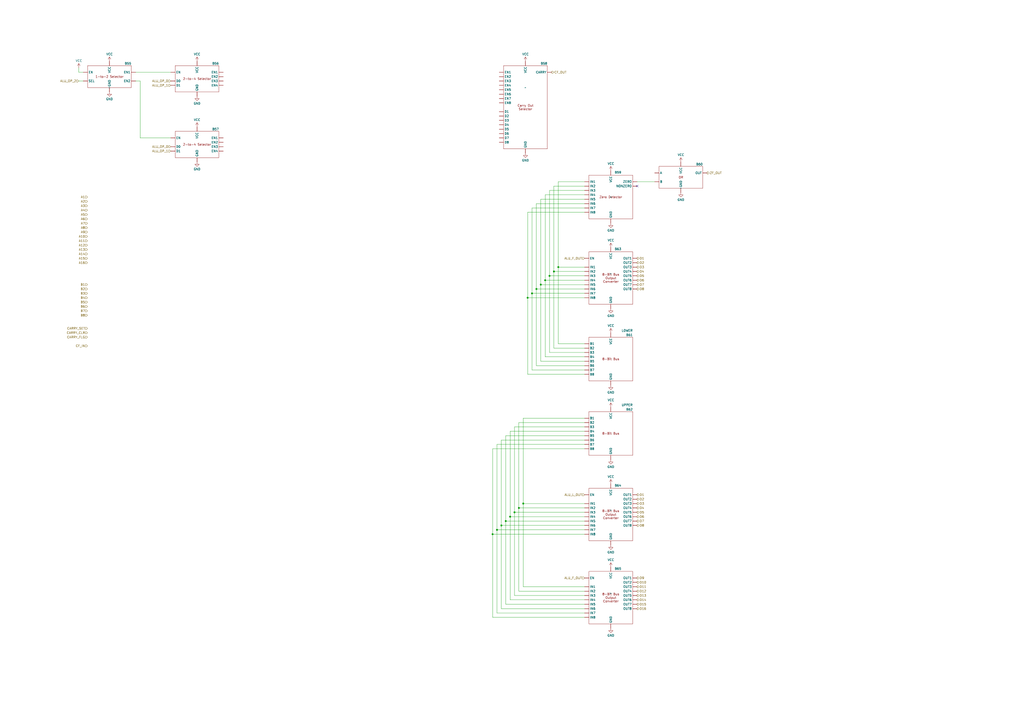
<source format=kicad_sch>
(kicad_sch (version 20230121) (generator eeschema)
  (paper "A2")
  (lib_symbols
    (symbol "MiniDragon:1-to-2 Selector"
      (property "Reference" "B" (at -12.7 7.62 0))
      (symbol "1-to-2 Selector_0_1"
        (rectangle (start -12.7 6.35) (end 12.7 -6.35))
      )
      (symbol "1-to-2 Selector_1_1"
        (text "1-to-2 Selector" (at 0 0 0) (effects (font (size 1.27 1.27))))
        (pin input line (at -15.24 2.54 0) (length 2.54) (name "EN") (number ""))
        (pin output line (at 15.24 2.54 180) (length 2.54) (name "EN1") (number ""))
        (pin output line (at 15.24 -2.54 180) (length 2.54) (name "EN2") (number ""))
        (pin power_in line (at 0 -8.89 90) (length 2.54) (name "GND") (number ""))
        (pin input line (at -15.24 -2.54 0) (length 2.54) (name "SEL") (number ""))
        (pin power_in line (at 0 8.89 270) (length 2.54) (name "VCC") (number ""))
      )
    )
    (symbol "MiniDragon:2-to-4 Selector"
      (property "Reference" "B" (at -12.7 8.89 0))
      (symbol "2-to-4 Selector_0_1"
        (rectangle (start -12.7 7.62) (end 12.7 -7.62))
      )
      (symbol "2-to-4 Selector_1_1"
        (text "2-to-4 Selector" (at 0 0 0) (effects (font (size 1.27 1.27))))
        (pin input line (at -15.24 -1.27 0) (length 2.54) (name "D0") (number ""))
        (pin input line (at -15.24 -3.81 0) (length 2.54) (name "D1") (number ""))
        (pin input line (at -15.24 3.81 0) (length 2.54) (name "EN") (number ""))
        (pin output line (at 15.24 3.81 180) (length 2.54) (name "EN1") (number ""))
        (pin output line (at 15.24 1.27 180) (length 2.54) (name "EN2") (number ""))
        (pin output line (at 15.24 -1.27 180) (length 2.54) (name "EN3") (number ""))
        (pin output line (at 15.24 -3.81 180) (length 2.54) (name "EN4") (number ""))
        (pin power_in line (at 0 -10.16 90) (length 2.54) (name "GND") (number ""))
        (pin power_in line (at 0 10.16 270) (length 2.54) (name "VCC") (number ""))
      )
    )
    (symbol "MiniDragon:8-bit Bus"
      (property "Reference" "B" (at -12.7 13.97 0))
      (symbol "8-bit Bus_0_1"
        (rectangle (start -12.7 12.7) (end 12.7 -12.7))
      )
      (symbol "8-bit Bus_1_1"
        (text "8-Bit Bus" (at 0 0 0) (effects (font (size 1.27 1.27))))
        (pin bidirectional line (at -15.24 8.89 0) (length 2.54) (name "B1") (number ""))
        (pin bidirectional line (at -15.24 6.35 0) (length 2.54) (name "B2") (number ""))
        (pin bidirectional line (at -15.24 3.81 0) (length 2.54) (name "B3") (number ""))
        (pin bidirectional line (at -15.24 1.27 0) (length 2.54) (name "B4") (number ""))
        (pin bidirectional line (at -15.24 -1.27 0) (length 2.54) (name "B5") (number ""))
        (pin bidirectional line (at -15.24 -3.81 0) (length 2.54) (name "B6") (number ""))
        (pin bidirectional line (at -15.24 -6.35 0) (length 2.54) (name "B7") (number ""))
        (pin bidirectional line (at -15.24 -8.89 0) (length 2.54) (name "B8") (number ""))
        (pin power_in line (at 0 -15.24 90) (length 2.54) (name "GND") (number ""))
        (pin power_in line (at 0 15.24 270) (length 2.54) (name "VCC") (number ""))
      )
    )
    (symbol "MiniDragon:8-bit Bus Output"
      (property "Reference" "B" (at -12.7 16.51 0))
      (symbol "8-bit Bus Output_0_1"
        (rectangle (start -12.7 15.24) (end 12.7 -15.24))
      )
      (symbol "8-bit Bus Output_1_1"
        (text "8-Bit Bus\nOutput\nConverter" (at 0 0 0) (effects (font (size 1.27 1.27))))
        (pin input line (at -15.24 11.43 0) (length 2.54) (name "EN") (number ""))
        (pin power_in line (at 0 -17.78 90) (length 2.54) (name "GND") (number ""))
        (pin input line (at -15.24 6.35 0) (length 2.54) (name "IN1") (number ""))
        (pin input line (at -15.24 3.81 0) (length 2.54) (name "IN2") (number ""))
        (pin input line (at -15.24 1.27 0) (length 2.54) (name "IN3") (number ""))
        (pin input line (at -15.24 -1.27 0) (length 2.54) (name "IN4") (number ""))
        (pin input line (at -15.24 -3.81 0) (length 2.54) (name "IN5") (number ""))
        (pin input line (at -15.24 -6.35 0) (length 2.54) (name "IN6") (number ""))
        (pin input line (at -15.24 -8.89 0) (length 2.54) (name "IN7") (number ""))
        (pin input line (at -15.24 -11.43 0) (length 2.54) (name "IN8") (number ""))
        (pin open_collector line (at 15.24 11.43 180) (length 2.54) (name "OUT1") (number ""))
        (pin open_collector line (at 15.24 8.89 180) (length 2.54) (name "OUT2") (number ""))
        (pin open_collector line (at 15.24 6.35 180) (length 2.54) (name "OUT3") (number ""))
        (pin open_collector line (at 15.24 3.81 180) (length 2.54) (name "OUT4") (number ""))
        (pin open_collector line (at 15.24 1.27 180) (length 2.54) (name "OUT5") (number ""))
        (pin open_collector line (at 15.24 -1.27 180) (length 2.54) (name "OUT6") (number ""))
        (pin open_collector line (at 15.24 -3.81 180) (length 2.54) (name "OUT7") (number ""))
        (pin open_collector line (at 15.24 -6.35 180) (length 2.54) (name "OUT8") (number ""))
        (pin power_in line (at 0 17.78 270) (length 2.54) (name "VCC") (number ""))
      )
    )
    (symbol "MiniDragon:Carry Out Selector"
      (property "Reference" "B" (at -12.7 25.4 0))
      (symbol "Carry Out Selector_0_1"
        (rectangle (start -12.7 24.13) (end 12.7 -24.13))
      )
      (symbol "Carry Out Selector_1_1"
        (text "Carry Out\nSelector" (at 0 0 0) (effects (font (size 1.27 1.27))))
        (pin output line (at 15.24 20.32 180) (length 2.54) (name "CARRY") (number ""))
        (pin input line (at -15.24 -2.54 0) (length 2.54) (name "D1") (number ""))
        (pin input line (at -15.24 -5.08 0) (length 2.54) (name "D2") (number ""))
        (pin input line (at -15.24 -7.62 0) (length 2.54) (name "D3") (number ""))
        (pin input line (at -15.24 -10.16 0) (length 2.54) (name "D4") (number ""))
        (pin input line (at -15.24 -12.7 0) (length 2.54) (name "D5") (number ""))
        (pin input line (at -15.24 -15.24 0) (length 2.54) (name "D6") (number ""))
        (pin input line (at -15.24 -17.78 0) (length 2.54) (name "D7") (number ""))
        (pin input line (at -15.24 -20.32 0) (length 2.54) (name "D8") (number ""))
        (pin input line (at -15.24 20.32 0) (length 2.54) (name "EN1") (number ""))
        (pin input line (at -15.24 17.78 0) (length 2.54) (name "EN2") (number ""))
        (pin input line (at -15.24 15.24 0) (length 2.54) (name "EN3") (number ""))
        (pin input line (at -15.24 12.7 0) (length 2.54) (name "EN4") (number ""))
        (pin input line (at -15.24 10.16 0) (length 2.54) (name "EN5") (number ""))
        (pin input line (at -15.24 7.62 0) (length 2.54) (name "EN6") (number ""))
        (pin input line (at -15.24 5.08 0) (length 2.54) (name "EN7") (number ""))
        (pin input line (at -15.24 2.54 0) (length 2.54) (name "EN8") (number ""))
        (pin power_in line (at 0 -26.67 90) (length 2.54) (name "GND") (number ""))
        (pin power_in line (at 0 26.67 270) (length 2.54) (name "VCC") (number ""))
      )
    )
    (symbol "MiniDragon:Logic OR"
      (property "Reference" "B" (at -12.7 7.62 0))
      (symbol "Logic OR_0_1"
        (rectangle (start -12.7 6.35) (end 12.7 -6.35))
      )
      (symbol "Logic OR_1_1"
        (text "OR" (at 0 0 0) (effects (font (size 1.27 1.27))))
        (pin input line (at -15.24 2.54 0) (length 2.54) (name "A") (number ""))
        (pin input line (at -15.24 -2.54 0) (length 2.54) (name "B") (number ""))
        (pin power_in line (at 0 -8.89 90) (length 2.54) (name "GND") (number ""))
        (pin output line (at 15.24 2.54 180) (length 2.54) (name "OUT") (number ""))
        (pin power_in line (at 0 8.89 270) (length 2.54) (name "VCC") (number ""))
      )
    )
    (symbol "MiniDragon:Zero Detector"
      (property "Reference" "B" (at -12.7 13.97 0))
      (symbol "Zero Detector_0_1"
        (rectangle (start -12.7 12.7) (end 12.7 -12.7))
      )
      (symbol "Zero Detector_1_1"
        (text "Zero Detector" (at 0 0 0) (effects (font (size 1.27 1.27))))
        (pin power_in line (at 0 -15.24 90) (length 2.54) (name "GND") (number ""))
        (pin input line (at -15.24 8.89 0) (length 2.54) (name "IN1") (number ""))
        (pin input line (at -15.24 6.35 0) (length 2.54) (name "IN2") (number ""))
        (pin input line (at -15.24 3.81 0) (length 2.54) (name "IN3") (number ""))
        (pin input line (at -15.24 1.27 0) (length 2.54) (name "IN4") (number ""))
        (pin input line (at -15.24 -1.27 0) (length 2.54) (name "IN5") (number ""))
        (pin input line (at -15.24 -3.81 0) (length 2.54) (name "IN6") (number ""))
        (pin input line (at -15.24 -6.35 0) (length 2.54) (name "IN7") (number ""))
        (pin input line (at -15.24 -8.89 0) (length 2.54) (name "IN8") (number ""))
        (pin open_collector line (at 15.24 6.35 180) (length 2.54) (name "NONZERO") (number ""))
        (pin power_in line (at 0 15.24 270) (length 2.54) (name "VCC") (number ""))
        (pin open_collector line (at 15.24 8.89 180) (length 2.54) (name "ZERO") (number ""))
      )
    )
    (symbol "power:GND" (power) (pin_names (offset 0))
      (property "Value" "GND" (at 0 -3.81 0))
      (symbol "GND_0_1"
        (polyline (pts (xy 0 0) (xy 0 -1.27) (xy 1.27 -1.27) (xy 0 -2.54) (xy -1.27 -1.27) (xy 0 -1.27)))
      )
      (symbol "GND_1_1"
        (pin power_in line (at 0 0 270) (length 0) hide (name "GND") (number "1"))
      )
    )
    (symbol "power:VCC" (power) (pin_names (offset 0))
      (property "Value" "VCC" (at 0 3.81 0))
      (symbol "VCC_0_1"
        (polyline (pts (xy -0.762 1.27) (xy 0 2.54)))
        (polyline (pts (xy 0 0) (xy 0 2.54)))
        (polyline (pts (xy 0 2.54) (xy 0.762 1.27)))
      )
      (symbol "VCC_1_1"
        (pin power_in line (at 0 0 90) (length 0) hide (name "VCC") (number "1"))
      )
    )
  )
  (junction (at 293.37 302.26))
  (junction (at 323.85 154.94))
  (junction (at 303.53 292.1))
  (junction (at 290.83 304.8))
  (junction (at 295.91 299.72))
  (junction (at 321.31 157.48))
  (junction (at 285.75 309.88))
  (junction (at 318.77 160.02))
  (junction (at 311.15 167.64))
  (junction (at 298.45 297.18))
  (junction (at 316.23 162.56))
  (junction (at 306.07 172.72))
  (junction (at 308.61 170.18))
  (junction (at 300.99 294.64))
  (junction (at 313.69 165.1))
  (junction (at 288.29 307.34))
  (no_connect (at 369.57 107.95))
  (wire (pts (xy 323.85 154.94) (xy 323.85 199.39)))
  (wire (pts (xy 316.23 162.56) (xy 339.09 162.56)))
  (wire (pts (xy 339.09 250.19) (xy 295.91 250.19)))
  (wire (pts (xy 303.53 292.1) (xy 303.53 242.57)))
  (wire (pts (xy 45.72 41.91) (xy 48.26 41.91)))
  (wire (pts (xy 288.29 355.6) (xy 339.09 355.6)))
  (wire (pts (xy 316.23 162.56) (xy 316.23 207.01)))
  (wire (pts (xy 290.83 304.8) (xy 339.09 304.8)))
  (wire (pts (xy 321.31 157.48) (xy 339.09 157.48)))
  (wire (pts (xy 313.69 165.1) (xy 339.09 165.1)))
  (wire (pts (xy 293.37 350.52) (xy 339.09 350.52)))
  (wire (pts (xy 323.85 154.94) (xy 323.85 105.41)))
  (wire (pts (xy 293.37 252.73) (xy 339.09 252.73)))
  (wire (pts (xy 308.61 120.65) (xy 308.61 170.18)))
  (wire (pts (xy 45.72 46.99) (xy 48.26 46.99)))
  (wire (pts (xy 339.09 342.9) (xy 300.99 342.9)))
  (wire (pts (xy 295.91 347.98) (xy 295.91 299.72)))
  (wire (pts (xy 323.85 105.41) (xy 339.09 105.41)))
  (wire (pts (xy 293.37 302.26) (xy 293.37 252.73)))
  (wire (pts (xy 339.09 120.65) (xy 308.61 120.65)))
  (wire (pts (xy 339.09 207.01) (xy 316.23 207.01)))
  (wire (pts (xy 300.99 294.64) (xy 339.09 294.64)))
  (wire (pts (xy 290.83 353.06) (xy 290.83 304.8)))
  (wire (pts (xy 288.29 307.34) (xy 288.29 355.6)))
  (wire (pts (xy 321.31 157.48) (xy 321.31 107.95)))
  (wire (pts (xy 81.28 46.99) (xy 81.28 80.01)))
  (wire (pts (xy 285.75 358.14) (xy 285.75 309.88)))
  (wire (pts (xy 339.09 201.93) (xy 321.31 201.93)))
  (wire (pts (xy 303.53 242.57) (xy 339.09 242.57)))
  (wire (pts (xy 318.77 110.49) (xy 318.77 160.02)))
  (wire (pts (xy 306.07 123.19) (xy 339.09 123.19)))
  (wire (pts (xy 298.45 247.65) (xy 339.09 247.65)))
  (wire (pts (xy 78.74 46.99) (xy 81.28 46.99)))
  (wire (pts (xy 295.91 250.19) (xy 295.91 299.72)))
  (wire (pts (xy 300.99 294.64) (xy 300.99 342.9)))
  (wire (pts (xy 339.09 212.09) (xy 311.15 212.09)))
  (wire (pts (xy 316.23 113.03) (xy 339.09 113.03)))
  (wire (pts (xy 308.61 214.63) (xy 339.09 214.63)))
  (wire (pts (xy 313.69 209.55) (xy 339.09 209.55)))
  (wire (pts (xy 78.74 41.91) (xy 99.06 41.91)))
  (wire (pts (xy 308.61 170.18) (xy 308.61 214.63)))
  (wire (pts (xy 318.77 204.47) (xy 339.09 204.47)))
  (wire (pts (xy 339.09 199.39) (xy 323.85 199.39)))
  (wire (pts (xy 313.69 165.1) (xy 313.69 209.55)))
  (wire (pts (xy 313.69 115.57) (xy 313.69 165.1)))
  (wire (pts (xy 339.09 245.11) (xy 300.99 245.11)))
  (wire (pts (xy 311.15 167.64) (xy 311.15 118.11)))
  (wire (pts (xy 288.29 257.81) (xy 339.09 257.81)))
  (wire (pts (xy 306.07 172.72) (xy 306.07 217.17)))
  (wire (pts (xy 311.15 167.64) (xy 311.15 212.09)))
  (wire (pts (xy 339.09 260.35) (xy 285.75 260.35)))
  (wire (pts (xy 300.99 245.11) (xy 300.99 294.64)))
  (wire (pts (xy 339.09 217.17) (xy 306.07 217.17)))
  (wire (pts (xy 311.15 167.64) (xy 339.09 167.64)))
  (wire (pts (xy 339.09 110.49) (xy 318.77 110.49)))
  (wire (pts (xy 339.09 358.14) (xy 285.75 358.14)))
  (wire (pts (xy 316.23 162.56) (xy 316.23 113.03)))
  (wire (pts (xy 303.53 340.36) (xy 339.09 340.36)))
  (wire (pts (xy 339.09 115.57) (xy 313.69 115.57)))
  (wire (pts (xy 295.91 299.72) (xy 339.09 299.72)))
  (wire (pts (xy 323.85 154.94) (xy 339.09 154.94)))
  (wire (pts (xy 339.09 292.1) (xy 303.53 292.1)))
  (wire (pts (xy 288.29 307.34) (xy 288.29 257.81)))
  (wire (pts (xy 369.57 105.41) (xy 379.73 105.41)))
  (wire (pts (xy 321.31 157.48) (xy 321.31 201.93)))
  (wire (pts (xy 45.72 39.37) (xy 45.72 41.91)))
  (wire (pts (xy 298.45 345.44) (xy 339.09 345.44)))
  (wire (pts (xy 285.75 309.88) (xy 339.09 309.88)))
  (wire (pts (xy 285.75 260.35) (xy 285.75 309.88)))
  (wire (pts (xy 306.07 172.72) (xy 339.09 172.72)))
  (wire (pts (xy 306.07 172.72) (xy 306.07 123.19)))
  (wire (pts (xy 339.09 302.26) (xy 293.37 302.26)))
  (wire (pts (xy 298.45 297.18) (xy 298.45 345.44)))
  (wire (pts (xy 339.09 307.34) (xy 288.29 307.34)))
  (wire (pts (xy 81.28 80.01) (xy 99.06 80.01)))
  (wire (pts (xy 339.09 353.06) (xy 290.83 353.06)))
  (wire (pts (xy 318.77 160.02) (xy 339.09 160.02)))
  (wire (pts (xy 293.37 302.26) (xy 293.37 350.52)))
  (wire (pts (xy 339.09 347.98) (xy 295.91 347.98)))
  (wire (pts (xy 339.09 297.18) (xy 298.45 297.18)))
  (wire (pts (xy 290.83 255.27) (xy 339.09 255.27)))
  (wire (pts (xy 290.83 255.27) (xy 290.83 304.8)))
  (wire (pts (xy 321.31 107.95) (xy 339.09 107.95)))
  (wire (pts (xy 318.77 160.02) (xy 318.77 204.47)))
  (wire (pts (xy 311.15 118.11) (xy 339.09 118.11)))
  (wire (pts (xy 308.61 170.18) (xy 339.09 170.18)))
  (wire (pts (xy 298.45 297.18) (xy 298.45 247.65)))
  (wire (pts (xy 303.53 292.1) (xy 303.53 340.36)))
  (hierarchical_label "D15" (shape output) (at 369.57 350.52 0))
  (hierarchical_label "D7" (shape output) (at 369.57 302.26 0))
  (hierarchical_label "CF_OUT" (shape output) (at 320.04 41.91 0))
  (hierarchical_label "D9" (shape output) (at 369.57 335.28 0))
  (hierarchical_label "A13" (shape input) (at 50.8 144.78 180))
  (hierarchical_label "A16" (shape input) (at 50.8 152.4 180))
  (hierarchical_label "D16" (shape output) (at 369.57 353.06 0))
  (hierarchical_label "D5" (shape output) (at 369.57 297.18 0))
  (hierarchical_label "D1" (shape output) (at 369.57 287.02 0))
  (hierarchical_label "A15" (shape input) (at 50.8 149.86 180))
  (hierarchical_label "D13" (shape output) (at 369.57 345.44 0))
  (hierarchical_label "D14" (shape output) (at 369.57 347.98 0))
  (hierarchical_label "A8" (shape input) (at 50.8 132.08 180))
  (hierarchical_label "ALU_F_OUT" (shape input) (at 339.09 149.86 180))
  (hierarchical_label "D2" (shape output) (at 369.57 289.56 0))
  (hierarchical_label "D10" (shape output) (at 369.57 337.82 0))
  (hierarchical_label "ALU_L_OUT" (shape input) (at 339.09 287.02 180))
  (hierarchical_label "D8" (shape output) (at 369.57 167.64 0))
  (hierarchical_label "A4" (shape input) (at 50.8 121.92 180))
  (hierarchical_label "D6" (shape output) (at 369.57 299.72 0))
  (hierarchical_label "B6" (shape input) (at 50.8 177.8 180))
  (hierarchical_label "ALU_F_OUT" (shape input) (at 339.09 335.28 180))
  (hierarchical_label "A12" (shape input) (at 50.8 142.24 180))
  (hierarchical_label "D6" (shape output) (at 369.57 162.56 0))
  (hierarchical_label "D11" (shape output) (at 369.57 340.36 0))
  (hierarchical_label "A1" (shape input) (at 50.8 114.3 180))
  (hierarchical_label "CARRY_FLG" (shape input) (at 50.8 195.58 180))
  (hierarchical_label "A14" (shape input) (at 50.8 147.32 180))
  (hierarchical_label "A11" (shape input) (at 50.8 139.7 180))
  (hierarchical_label "ZF_OUT" (shape output) (at 410.21 100.33 0))
  (hierarchical_label "ALU_OP_0" (shape input) (at 99.06 46.99 180))
  (hierarchical_label "A3" (shape input) (at 50.8 119.38 180))
  (hierarchical_label "D3" (shape output) (at 369.57 154.94 0))
  (hierarchical_label "D1" (shape output) (at 369.57 149.86 0))
  (hierarchical_label "D4" (shape output) (at 369.57 157.48 0))
  (hierarchical_label "D2" (shape output) (at 369.57 152.4 0))
  (hierarchical_label "B5" (shape input) (at 50.8 175.26 180))
  (hierarchical_label "A10" (shape input) (at 50.8 137.16 180))
  (hierarchical_label "ALU_OP_2" (shape input) (at 45.72 46.99 180))
  (hierarchical_label "ALU_OP_1" (shape input) (at 99.06 87.63 180))
  (hierarchical_label "B3" (shape input) (at 50.8 170.18 180))
  (hierarchical_label "B2" (shape input) (at 50.8 167.64 180))
  (hierarchical_label "CARRY_CLR" (shape input) (at 50.8 193.04 180))
  (hierarchical_label "D4" (shape output) (at 369.57 294.64 0))
  (hierarchical_label "A2" (shape input) (at 50.8 116.84 180))
  (hierarchical_label "ALU_OP_0" (shape input) (at 99.06 85.09 180))
  (hierarchical_label "A7" (shape input) (at 50.8 129.54 180))
  (hierarchical_label "A6" (shape input) (at 50.8 127 180))
  (hierarchical_label "A9" (shape input) (at 50.8 134.62 180))
  (hierarchical_label "D5" (shape output) (at 369.57 160.02 0))
  (hierarchical_label "B7" (shape input) (at 50.8 180.34 180))
  (hierarchical_label "CARRY_SET" (shape input) (at 50.8 190.5 180))
  (hierarchical_label "D3" (shape output) (at 369.57 292.1 0))
  (hierarchical_label "ALU_OP_1" (shape input) (at 99.06 49.53 180))
  (hierarchical_label "B4" (shape input) (at 50.8 172.72 180))
  (hierarchical_label "D12" (shape output) (at 369.57 342.9 0))
  (hierarchical_label "A5" (shape input) (at 50.8 124.46 180))
  (hierarchical_label "D8" (shape output) (at 369.57 304.8 0))
  (hierarchical_label "B1" (shape input) (at 50.8 165.1 180))
  (hierarchical_label "CF_IN" (shape input) (at 50.8 200.66 180))
  (hierarchical_label "B8" (shape input) (at 50.8 182.88 180))
  (hierarchical_label "D7" (shape output) (at 369.57 165.1 0))
  (symbol (lib_id "MiniDragon:2-to-4 Selector") (at 114.3 83.82 0) (unit 1)
    (property "Reference" "B57" (at 127 74.93 0) (effects (justify right)))
    (property "Value" "~" (at 114.3 88.9 0))
  )
  (symbol (lib_id "power:VCC") (at 114.3 73.66 0) (unit 1)
    (property "Reference" "#PWR0119" (effects hide))
    (property "Value" "VCC" (at 114.3 69.5269 0))
  )
  (symbol (lib_id "power:GND") (at 63.5 53.34 0) (unit 1)
    (property "Reference" "#PWR0120" (effects hide))
    (property "Value" "GND" (at 63.5 57.4731 0))
  )
  (symbol (lib_id "power:VCC") (at 45.72 39.37 0) (unit 1)
    (property "Reference" "#PWR0123" (effects hide))
    (property "Value" "VCC" (at 45.72 35.2369 0))
  )
  (symbol (lib_id "power:GND") (at 304.8 88.9 0) (unit 1)
    (property "Reference" "#PWR0125" (effects hide))
    (property "Value" "GND" (at 304.8 93.0331 0))
  )
  (symbol (lib_id "MiniDragon:8-bit Bus") (at 354.33 208.28 0) (unit 1)
    (property "Reference" "B61" (at 367.03 194.31 0) (effects (justify right)))
    (property "Value" "LOWER" (at 367.03 191.77 0) (effects (justify right)))
  )
  (symbol (lib_id "power:VCC") (at 354.33 328.93 0) (unit 1)
    (property "Reference" "#PWR0138" (effects hide))
    (property "Value" "VCC" (at 354.33 324.7969 0))
  )
  (symbol (lib_id "power:VCC") (at 304.8 35.56 0) (unit 1)
    (property "Reference" "#PWR0124" (effects hide))
    (property "Value" "VCC" (at 304.8 31.4269 0))
  )
  (symbol (lib_id "power:GND") (at 354.33 316.23 0) (unit 1)
    (property "Reference" "#PWR0137" (effects hide))
    (property "Value" "GND" (at 354.33 320.3631 0))
  )
  (symbol (lib_id "power:VCC") (at 114.3 35.56 0) (unit 1)
    (property "Reference" "#PWR0118" (effects hide))
    (property "Value" "VCC" (at 114.3 31.4269 0))
  )
  (symbol (lib_id "MiniDragon:8-bit Bus Output") (at 354.33 161.29 0) (unit 1)
    (property "Reference" "B63" (at 356.5241 144.4569 0) (effects (justify left)))
    (property "Value" "~" (at 354.33 158.75 0))
  )
  (symbol (lib_id "MiniDragon:8-bit Bus Output") (at 354.33 346.71 0) (unit 1)
    (property "Reference" "B65" (at 356.5241 329.8769 0) (effects (justify left)))
    (property "Value" "~" (at 354.33 344.17 0))
  )
  (symbol (lib_id "power:VCC") (at 394.97 93.98 0) (unit 1)
    (property "Reference" "#PWR0129" (effects hide))
    (property "Value" "VCC" (at 394.97 89.8469 0))
  )
  (symbol (lib_id "power:VCC") (at 354.33 193.04 0) (unit 1)
    (property "Reference" "#PWR0133" (effects hide))
    (property "Value" "VCC" (at 354.33 188.9069 0))
  )
  (symbol (lib_id "power:GND") (at 114.3 93.98 0) (unit 1)
    (property "Reference" "#PWR0122" (effects hide))
    (property "Value" "GND" (at 114.3 98.1131 0))
  )
  (symbol (lib_id "MiniDragon:1-to-2 Selector") (at 63.5 44.45 0) (unit 1)
    (property "Reference" "B55" (at 76.2 36.83 0) (effects (justify right)))
    (property "Value" "~" (at 63.5 50.8 0))
  )
  (symbol (lib_id "power:VCC") (at 63.5 35.56 0) (unit 1)
    (property "Reference" "#PWR0117" (effects hide))
    (property "Value" "VCC" (at 63.5 31.4269 0))
  )
  (symbol (lib_id "power:GND") (at 114.3 55.88 0) (unit 1)
    (property "Reference" "#PWR0121" (effects hide))
    (property "Value" "GND" (at 114.3 60.0131 0))
  )
  (symbol (lib_id "MiniDragon:8-bit Bus Output") (at 354.33 298.45 0) (unit 1)
    (property "Reference" "B64" (at 356.5241 281.6169 0) (effects (justify left)))
    (property "Value" "~" (at 354.33 295.91 0))
  )
  (symbol (lib_id "power:VCC") (at 354.33 280.67 0) (unit 1)
    (property "Reference" "#PWR0136" (effects hide))
    (property "Value" "VCC" (at 354.33 276.5369 0))
  )
  (symbol (lib_id "power:GND") (at 354.33 223.52 0) (unit 1)
    (property "Reference" "#PWR0132" (effects hide))
    (property "Value" "GND" (at 354.33 227.6531 0))
  )
  (symbol (lib_id "MiniDragon:Carry Out Selector") (at 304.8 62.23 0) (unit 1)
    (property "Reference" "B58" (at 317.5 36.83 0) (effects (justify right)))
    (property "Value" "~" (at 304.8 50.8 0))
  )
  (symbol (lib_id "power:GND") (at 354.33 266.7 0) (unit 1)
    (property "Reference" "#PWR0135" (effects hide))
    (property "Value" "GND" (at 354.33 270.8331 0))
  )
  (symbol (lib_id "power:VCC") (at 354.33 236.22 0) (unit 1)
    (property "Reference" "#PWR0134" (effects hide))
    (property "Value" "VCC" (at 354.33 232.0869 0))
  )
  (symbol (lib_id "MiniDragon:Zero Detector") (at 354.33 114.3 0) (unit 1)
    (property "Reference" "B59" (at 356.5241 100.0069 0) (effects (justify left)))
    (property "Value" "~" (at 354.33 114.3 0))
  )
  (symbol (lib_id "power:GND") (at 394.97 111.76 0) (unit 1)
    (property "Reference" "#PWR0128" (effects hide))
    (property "Value" "GND" (at 394.97 115.8931 0))
  )
  (symbol (lib_id "power:GND") (at 354.33 179.07 0) (unit 1)
    (property "Reference" "#PWR0130" (effects hide))
    (property "Value" "GND" (at 354.33 183.2031 0))
  )
  (symbol (lib_id "power:GND") (at 354.33 129.54 0) (unit 1)
    (property "Reference" "#PWR0126" (effects hide))
    (property "Value" "GND" (at 354.33 133.6731 0))
  )
  (symbol (lib_id "power:GND") (at 354.33 364.49 0) (unit 1)
    (property "Reference" "#PWR0139" (effects hide))
    (property "Value" "GND" (at 354.33 368.6231 0))
  )
  (symbol (lib_id "power:VCC") (at 354.33 99.06 0) (unit 1)
    (property "Reference" "#PWR0127" (effects hide))
    (property "Value" "VCC" (at 354.33 94.9269 0))
  )
  (symbol (lib_id "MiniDragon:8-bit Bus") (at 354.33 251.46 0) (unit 1)
    (property "Reference" "B62" (at 367.03 237.49 0) (effects (justify right)))
    (property "Value" "UPPER" (at 367.03 234.95 0) (effects (justify right)))
  )
  (symbol (lib_id "MiniDragon:Logic OR") (at 394.97 102.87 0) (unit 1)
    (property "Reference" "B60" (at 407.67 95.25 0) (effects (justify right)))
    (property "Value" "~" (at 394.97 109.22 0))
  )
  (symbol (lib_id "power:VCC") (at 354.33 143.51 0) (unit 1)
    (property "Reference" "#PWR0131" (effects hide))
    (property "Value" "VCC" (at 354.33 139.3769 0))
  )
  (symbol (lib_id "MiniDragon:2-to-4 Selector") (at 114.3 45.72 0) (unit 1)
    (property "Reference" "B56" (at 127 36.83 0) (effects (justify right)))
    (property "Value" "~" (at 114.3 50.8 0))
  )
)
</source>
